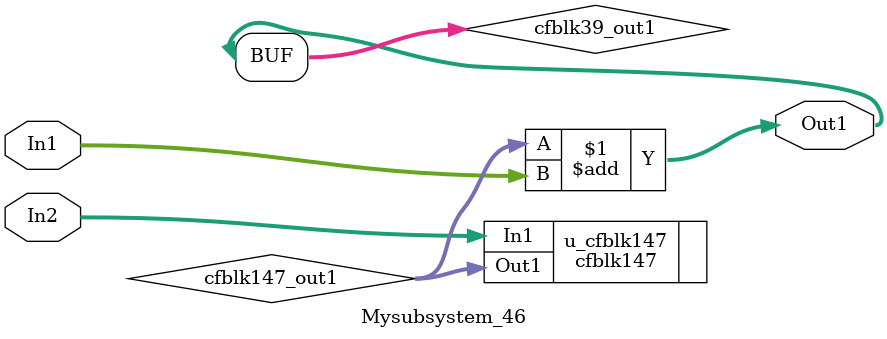
<source format=v>



`timescale 1 ns / 1 ns

module Mysubsystem_46
          (In1,
           In2,
           Out1);


  input   [7:0] In1;  // uint8
  input   [7:0] In2;  // uint8
  output  [7:0] Out1;  // uint8


  wire [7:0] cfblk147_out1;  // uint8
  wire [7:0] cfblk39_out1;  // uint8


  cfblk147 u_cfblk147 (.In1(In2),  // uint8
                       .Out1(cfblk147_out1)  // uint8
                       );

  assign cfblk39_out1 = cfblk147_out1 + In1;



  assign Out1 = cfblk39_out1;

endmodule  // Mysubsystem_46


</source>
